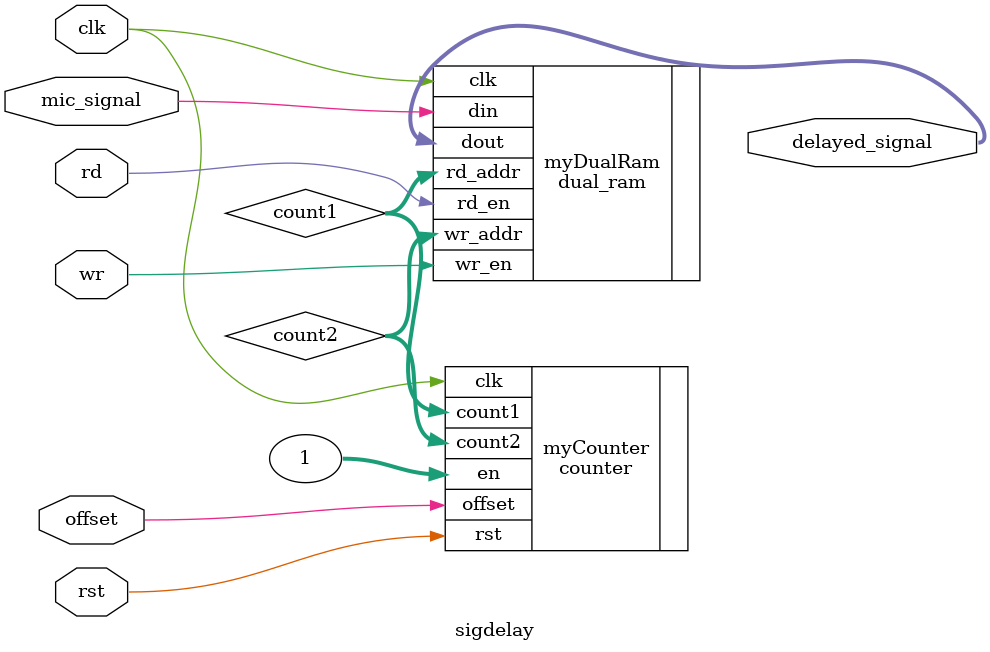
<source format=sv>
module sigdelay #(
  parameter WIDTH = 8
)(
  input logic clk,
  input logic rst,
  input logic wr,
  input logic rd,
  input logic offset,
  input logic mic_signal,
  output logic [WIDTH-1:0] delayed_signal
);

  logic [WIDTH-1:0] count1;
  logic [WIDTH-1:0] count2;

counter myCounter (
  .clk (clk),
  .rst (rst),
  .en (1),
  .offset (offset),
  .count1 (count1),
  .count2 (count2)
);

dual_ram myDualRam (
  .clk (clk),
  .wr_en (wr),
  .rd_en (rd),
  .wr_addr (count2),
  .rd_addr (count1),
  .din (mic_signal),
  .dout (delayed_signal)
);

endmodule

</source>
